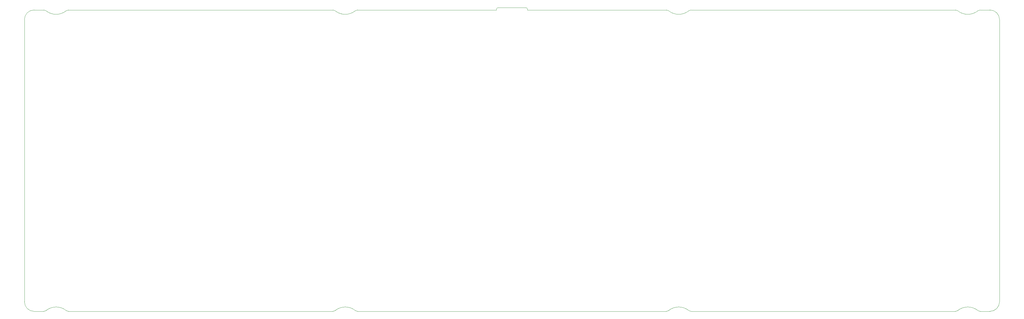
<source format=gbr>
%TF.GenerationSoftware,Altium Limited,Altium Designer,20.2.6 (244)*%
G04 Layer_Color=0*
%FSLAX45Y45*%
%MOMM*%
%TF.SameCoordinates,5881816B-C68B-4CD5-A74A-5D75E061FB32*%
%TF.FilePolarity,Positive*%
%TF.FileFunction,Profile,NP*%
%TF.Part,Single*%
G01*
G75*
%TA.AperFunction,Profile*%
%ADD80C,0.02540*%
D80*
X-14877499Y-8509750D02*
X-14571815D01*
Y-8509750D01*
D02*
G03*
X-14508263Y-8486958I0J100000D01*
G01*
X-14508263Y-8486958D01*
D02*
G02*
X-13872737Y-8486958I317763J-386040D01*
G01*
Y-8486958D01*
D02*
G03*
X-13809184Y-8509750I63553J77208D01*
G01*
Y-8509750D01*
X-5571815D01*
Y-8509750D01*
D02*
G03*
X-5508263Y-8486958I0J100000D01*
G01*
X-5508263Y-8486958D01*
D02*
G02*
X-4872737Y-8486958I317763J-386040D01*
G01*
Y-8486958D01*
D02*
G03*
X-4809185Y-8509750I63553J77208D01*
G01*
X-4809184Y-8509750D01*
X4809190D01*
Y-8509750D01*
D02*
G03*
X4872743Y-8486958I0J100000D01*
G01*
Y-8486958D01*
D02*
G02*
X5508269Y-8486958I317763J-386040D01*
G01*
X5508268Y-8486958D01*
D02*
G03*
X5571821Y-8509750I63553J77208D01*
G01*
X5571821Y-8509750D01*
X13809190D01*
X13809190Y-8509750D01*
D02*
G03*
X13872743Y-8486958I0J100000D01*
G01*
Y-8486958D01*
D02*
G02*
X14508269Y-8486958I317763J-386040D01*
G01*
X14508269Y-8486958D01*
D02*
G03*
X14571822Y-8509750I63553J77208D01*
G01*
X14571820Y-8509750D01*
X14877499D01*
D02*
G03*
X15177499Y-8209750I0J300000D01*
G01*
X15177499Y-8209750D01*
Y590000D01*
X15177499D01*
D02*
G03*
X14877499Y890000I-300000J0D01*
G01*
X14572122D01*
D02*
G03*
X14508519Y867167I0J-100000D01*
G01*
X14508519D01*
D02*
G02*
X13872491Y867167I-318014J385833D01*
G01*
D02*
G03*
X13808888Y890000I-63603J-77167D01*
G01*
X5572122D01*
D02*
G03*
X5508519Y867167I0J-100000D01*
G01*
X5508519D01*
D02*
G02*
X4872492Y867167I-318014J385833D01*
G01*
D02*
G03*
X4808889Y890000I-63603J-77167D01*
G01*
X482498D01*
Y911999D01*
X482498Y911999D01*
D02*
G03*
X432498Y962000I-50001J0D01*
G01*
X432499Y962000D01*
X-432499D01*
D02*
G03*
X-482499Y911999I1J-50001D01*
G01*
X-482498D01*
Y890000D01*
X-4808884D01*
D02*
G03*
X-4872487Y867167I0J-100000D01*
G01*
D02*
G02*
X-5508514Y867167I-318014J385833D01*
G01*
X-5508513D01*
D02*
G03*
X-5572116Y890000I-63603J-77167D01*
G01*
X-13808884D01*
D02*
G03*
X-13872487Y867167I0J-100000D01*
G01*
D02*
G02*
X-14508514Y867167I-318014J385833D01*
G01*
X-14508514D01*
D02*
G03*
X-14572116Y890000I-63603J-77167D01*
G01*
X-14877499D01*
D02*
G03*
X-15177499Y590000I0J-300000D01*
G01*
Y-8209750D01*
D02*
G03*
X-14877499Y-8509750I300000J0D01*
G01*
%TF.MD5,908c00718ca2a1d74e52590df73df9e4*%
M02*

</source>
